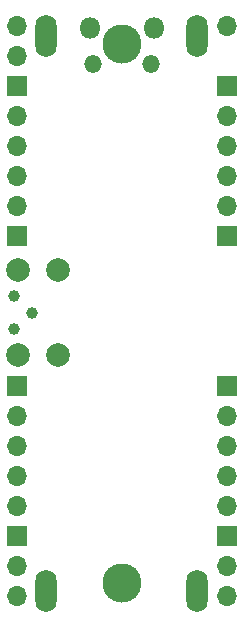
<source format=gbr>
%TF.GenerationSoftware,KiCad,Pcbnew,(7.0.0)*%
%TF.CreationDate,2023-03-17T13:32:38-05:00*%
%TF.ProjectId,adbuino,61646275-696e-46f2-9e6b-696361645f70,rev?*%
%TF.SameCoordinates,Original*%
%TF.FileFunction,Soldermask,Top*%
%TF.FilePolarity,Negative*%
%FSLAX46Y46*%
G04 Gerber Fmt 4.6, Leading zero omitted, Abs format (unit mm)*
G04 Created by KiCad (PCBNEW (7.0.0)) date 2023-03-17 13:32:38*
%MOMM*%
%LPD*%
G01*
G04 APERTURE LIST*
%ADD10C,1.000000*%
%ADD11C,2.000000*%
%ADD12C,0.001000*%
%ADD13O,1.800000X1.800000*%
%ADD14O,1.500000X1.500000*%
%ADD15O,1.700000X1.700000*%
%ADD16R,1.700000X1.700000*%
%ADD17C,3.316000*%
%ADD18O,1.800000X3.600000*%
G04 APERTURE END LIST*
D10*
%TO.C,TP3*%
X14600000Y78300000D03*
%TD*%
%TO.C,TP2*%
X16100000Y76900000D03*
%TD*%
%TO.C,TP1*%
X14600000Y75550000D03*
%TD*%
D11*
%TO.C,J2*%
X14870000Y73325000D03*
X14870000Y80475000D03*
X18320000Y80475000D03*
X18320000Y73325000D03*
D12*
X17000000Y74900000D03*
X17000000Y78900000D03*
%TD*%
D13*
%TO.C,U2*%
X20974999Y100999999D03*
D14*
X21274999Y97969999D03*
X26124999Y97969999D03*
D13*
X26424999Y100999999D03*
D15*
X14809999Y101129999D03*
X14809999Y98589999D03*
D16*
X14809999Y96049999D03*
D15*
X14809999Y93509999D03*
X14809999Y90969999D03*
X14809999Y88429999D03*
X14809999Y85889999D03*
D16*
X14809999Y83349999D03*
X14809999Y70649999D03*
D15*
X14809999Y68109999D03*
X14809999Y65569999D03*
X14809999Y63029999D03*
X14809999Y60489999D03*
D16*
X14809999Y57949999D03*
D15*
X14809999Y55409999D03*
X14809999Y52869999D03*
X32589999Y52869999D03*
X32589999Y55409999D03*
D16*
X32589999Y57949999D03*
D15*
X32589999Y60489999D03*
X32589999Y63029999D03*
X32589999Y65569999D03*
X32589999Y68109999D03*
D16*
X32589999Y70649999D03*
X32589999Y83349999D03*
D15*
X32589999Y85889999D03*
X32589999Y88429999D03*
X32589999Y90969999D03*
X32589999Y93509999D03*
D16*
X32589999Y96049999D03*
D15*
X32589999Y101129999D03*
%TD*%
D17*
%TO.C,J5*%
X23700000Y99650000D03*
D18*
X30099999Y100349999D03*
X17299999Y100349999D03*
%TD*%
D17*
%TO.C,J4*%
X23700000Y54050000D03*
D18*
X17299999Y53349999D03*
X30099999Y53349999D03*
%TD*%
M02*

</source>
